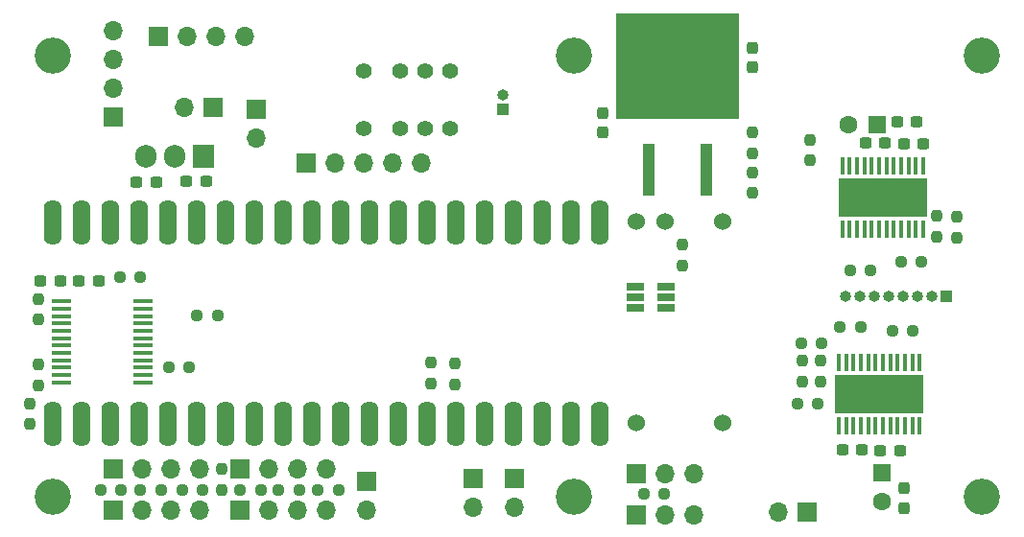
<source format=gbr>
%TF.GenerationSoftware,KiCad,Pcbnew,7.0.9*%
%TF.CreationDate,2024-04-16T22:37:01+03:00*%
%TF.ProjectId,Pistol_Camera_Driver,50697374-6f6c-45f4-9361-6d6572615f44,rev?*%
%TF.SameCoordinates,Original*%
%TF.FileFunction,Soldermask,Bot*%
%TF.FilePolarity,Negative*%
%FSLAX46Y46*%
G04 Gerber Fmt 4.6, Leading zero omitted, Abs format (unit mm)*
G04 Created by KiCad (PCBNEW 7.0.9) date 2024-04-16 22:37:01*
%MOMM*%
%LPD*%
G01*
G04 APERTURE LIST*
G04 Aperture macros list*
%AMRoundRect*
0 Rectangle with rounded corners*
0 $1 Rounding radius*
0 $2 $3 $4 $5 $6 $7 $8 $9 X,Y pos of 4 corners*
0 Add a 4 corners polygon primitive as box body*
4,1,4,$2,$3,$4,$5,$6,$7,$8,$9,$2,$3,0*
0 Add four circle primitives for the rounded corners*
1,1,$1+$1,$2,$3*
1,1,$1+$1,$4,$5*
1,1,$1+$1,$6,$7*
1,1,$1+$1,$8,$9*
0 Add four rect primitives between the rounded corners*
20,1,$1+$1,$2,$3,$4,$5,0*
20,1,$1+$1,$4,$5,$6,$7,0*
20,1,$1+$1,$6,$7,$8,$9,0*
20,1,$1+$1,$8,$9,$2,$3,0*%
G04 Aperture macros list end*
%ADD10R,1.700000X1.700000*%
%ADD11O,1.700000X1.700000*%
%ADD12C,1.400000*%
%ADD13C,3.200000*%
%ADD14R,1.600000X1.600000*%
%ADD15C,1.600000*%
%ADD16R,1.905000X2.000000*%
%ADD17O,1.905000X2.000000*%
%ADD18O,1.600000X4.000000*%
%ADD19C,1.524000*%
%ADD20R,1.000000X1.000000*%
%ADD21O,1.000000X1.000000*%
%ADD22RoundRect,0.237500X0.300000X0.237500X-0.300000X0.237500X-0.300000X-0.237500X0.300000X-0.237500X0*%
%ADD23RoundRect,0.237500X-0.300000X-0.237500X0.300000X-0.237500X0.300000X0.237500X-0.300000X0.237500X0*%
%ADD24RoundRect,0.237500X0.250000X0.237500X-0.250000X0.237500X-0.250000X-0.237500X0.250000X-0.237500X0*%
%ADD25RoundRect,0.237500X-0.237500X0.250000X-0.237500X-0.250000X0.237500X-0.250000X0.237500X0.250000X0*%
%ADD26RoundRect,0.237500X-0.250000X-0.237500X0.250000X-0.237500X0.250000X0.237500X-0.250000X0.237500X0*%
%ADD27R,1.100000X4.600000*%
%ADD28R,10.800000X9.400000*%
%ADD29RoundRect,0.237500X0.237500X-0.250000X0.237500X0.250000X-0.237500X0.250000X-0.237500X-0.250000X0*%
%ADD30RoundRect,0.237500X0.237500X-0.300000X0.237500X0.300000X-0.237500X0.300000X-0.237500X-0.300000X0*%
%ADD31R,1.560000X0.650000*%
%ADD32R,1.750000X0.450000*%
%ADD33R,0.300000X1.550000*%
%ADD34R,7.800000X3.400000*%
G04 APERTURE END LIST*
D10*
%TO.C,J7*%
X79200000Y-76200000D03*
D11*
X81740000Y-76200000D03*
X84280000Y-76200000D03*
%TD*%
D10*
%TO.C,J1*%
X55400000Y-73260000D03*
D11*
X55400000Y-75800000D03*
%TD*%
D10*
%TO.C,J12*%
X44200000Y-75800000D03*
D11*
X46740000Y-75800000D03*
X49280000Y-75800000D03*
X51820000Y-75800000D03*
%TD*%
D12*
%TO.C,K1*%
X55150000Y-42140000D03*
X58350000Y-42140000D03*
X60550000Y-42140000D03*
X62750000Y-42140000D03*
X62750000Y-37060000D03*
X60550000Y-37060000D03*
X58350000Y-37060000D03*
X55150000Y-37060000D03*
%TD*%
D10*
%TO.C,J6*%
X79200000Y-72575000D03*
D11*
X81740000Y-72575000D03*
X84280000Y-72575000D03*
%TD*%
D13*
%TO.C,REF\u002A\u002A*%
X73645000Y-74650000D03*
%TD*%
D10*
%TO.C,J11*%
X64800000Y-73000000D03*
D11*
X64800000Y-75540000D03*
%TD*%
D13*
%TO.C,REF\u002A\u002A*%
X73645000Y-35650000D03*
%TD*%
D10*
%TO.C,J10*%
X68400000Y-73000000D03*
D11*
X68400000Y-75540000D03*
%TD*%
D14*
%TO.C,C4*%
X100850000Y-72524989D03*
D15*
X100850000Y-75024989D03*
%TD*%
D14*
%TO.C,C9*%
X100400000Y-41800000D03*
D15*
X97900000Y-41800000D03*
%TD*%
D10*
%TO.C,J17*%
X33000000Y-41080000D03*
D11*
X33000000Y-38540000D03*
X33000000Y-36000000D03*
X33000000Y-33460000D03*
%TD*%
D10*
%TO.C,J16*%
X33000000Y-72175000D03*
D11*
X35540000Y-72175000D03*
X38080000Y-72175000D03*
X40620000Y-72175000D03*
%TD*%
D10*
%TO.C,J2*%
X45600000Y-40400000D03*
D11*
X45600000Y-42940000D03*
%TD*%
D10*
%TO.C,J8*%
X94200000Y-76000000D03*
D11*
X91660000Y-76000000D03*
%TD*%
D16*
%TO.C,U1*%
X41000000Y-44550000D03*
D17*
X38460000Y-44550000D03*
X35920000Y-44550000D03*
%TD*%
D18*
%TO.C,U3*%
X27645000Y-68155000D03*
X30185000Y-68155000D03*
X32725000Y-68155000D03*
X35265000Y-68155000D03*
X37805000Y-68155000D03*
X40345000Y-68155000D03*
X42885000Y-68155000D03*
X45425000Y-68155000D03*
X47965000Y-68155000D03*
X50505000Y-68155000D03*
X53045000Y-68155000D03*
X55585000Y-68155000D03*
X58125000Y-68155000D03*
X60665000Y-68155000D03*
X63205000Y-68155000D03*
X65745000Y-68155000D03*
X68285000Y-68155000D03*
X70825000Y-68155000D03*
X73365000Y-68155000D03*
X75905000Y-68155000D03*
X75905000Y-50375000D03*
X73365000Y-50375000D03*
X70825000Y-50375000D03*
X68285000Y-50375000D03*
X65745000Y-50375000D03*
X63205000Y-50375000D03*
X60665000Y-50375000D03*
X58125000Y-50375000D03*
X55585000Y-50375000D03*
X53045000Y-50375000D03*
X50505000Y-50375000D03*
X47965000Y-50375000D03*
X45425000Y-50375000D03*
X42885000Y-50375000D03*
X40345000Y-50375000D03*
X37805000Y-50375000D03*
X35265000Y-50375000D03*
X32725000Y-50375000D03*
X30185000Y-50375000D03*
X27645000Y-50375000D03*
%TD*%
D13*
%TO.C,REF\u002A\u002A*%
X27645000Y-35650000D03*
%TD*%
D10*
%TO.C,J4*%
X41850000Y-40225000D03*
D11*
X39310000Y-40225000D03*
%TD*%
D10*
%TO.C,J15*%
X33000000Y-75800000D03*
D11*
X35540000Y-75800000D03*
X38080000Y-75800000D03*
X40620000Y-75800000D03*
%TD*%
D13*
%TO.C,REF\u002A\u002A*%
X109645000Y-74650000D03*
%TD*%
D10*
%TO.C,J9*%
X44200000Y-72200000D03*
D11*
X46740000Y-72200000D03*
X49280000Y-72200000D03*
X51820000Y-72200000D03*
%TD*%
D19*
%TO.C,U7*%
X86810000Y-50310000D03*
X81730000Y-50310000D03*
X79190000Y-50310000D03*
X79190000Y-68090000D03*
X86810000Y-68090000D03*
%TD*%
D13*
%TO.C,REF\u002A\u002A*%
X27645000Y-74650000D03*
%TD*%
D20*
%TO.C,J13*%
X67375000Y-40425000D03*
D21*
X67375000Y-39155000D03*
%TD*%
D20*
%TO.C,J3*%
X106530000Y-56924989D03*
D21*
X105260000Y-56924989D03*
X103990000Y-56924989D03*
X102720000Y-56924989D03*
X101450000Y-56924989D03*
X100180000Y-56924989D03*
X98910000Y-56924989D03*
X97640000Y-56924989D03*
%TD*%
D10*
%TO.C,J14*%
X37000000Y-33975000D03*
D11*
X39540000Y-33975000D03*
X42080000Y-33975000D03*
X44620000Y-33975000D03*
%TD*%
D10*
%TO.C,J5*%
X50000000Y-45200000D03*
D11*
X52540000Y-45200000D03*
X55080000Y-45200000D03*
X57620000Y-45200000D03*
X60160000Y-45200000D03*
%TD*%
D13*
%TO.C,REF\u002A\u002A*%
X109645000Y-35650000D03*
%TD*%
D22*
%TO.C,C13*%
X28325000Y-55600000D03*
X26600000Y-55600000D03*
%TD*%
D23*
%TO.C,C12*%
X102750000Y-43450000D03*
X104475000Y-43450000D03*
%TD*%
D24*
%TO.C,R32*%
X33712500Y-74000000D03*
X31887500Y-74000000D03*
%TD*%
D25*
%TO.C,R12*%
X89400000Y-46000000D03*
X89400000Y-47825000D03*
%TD*%
D24*
%TO.C,R13*%
X103550000Y-59950000D03*
X101725000Y-59950000D03*
%TD*%
D26*
%TO.C,R2*%
X79800000Y-74400000D03*
X81625000Y-74400000D03*
%TD*%
D25*
%TO.C,R16*%
X107450000Y-49924989D03*
X107450000Y-51749989D03*
%TD*%
D22*
%TO.C,C7*%
X102412500Y-70550000D03*
X100687500Y-70550000D03*
%TD*%
D27*
%TO.C,U2*%
X85315000Y-45725000D03*
D28*
X82775000Y-36575000D03*
D27*
X80235000Y-45725000D03*
%TD*%
D29*
%TO.C,R20*%
X83200000Y-54200000D03*
X83200000Y-52375000D03*
%TD*%
D25*
%TO.C,R8*%
X89400000Y-42487500D03*
X89400000Y-44312500D03*
%TD*%
%TO.C,R15*%
X105700000Y-49837500D03*
X105700000Y-51662500D03*
%TD*%
%TO.C,R7*%
X26400000Y-57175000D03*
X26400000Y-59000000D03*
%TD*%
D24*
%TO.C,R4*%
X52912500Y-74000000D03*
X51087500Y-74000000D03*
%TD*%
%TO.C,R30*%
X39712500Y-63200000D03*
X37887500Y-63200000D03*
%TD*%
D29*
%TO.C,R3*%
X95450000Y-64462500D03*
X95450000Y-62637500D03*
%TD*%
%TO.C,R10*%
X93800000Y-64462500D03*
X93800000Y-62637500D03*
%TD*%
D23*
%TO.C,C2*%
X35075000Y-46830000D03*
X36800000Y-46830000D03*
%TD*%
D26*
%TO.C,R9*%
X93700000Y-61050000D03*
X95525000Y-61050000D03*
%TD*%
D30*
%TO.C,C6*%
X102800000Y-75600000D03*
X102800000Y-73875000D03*
%TD*%
D23*
%TO.C,C11*%
X99387500Y-43350000D03*
X101112500Y-43350000D03*
%TD*%
D26*
%TO.C,R18*%
X98000000Y-54650000D03*
X99825000Y-54650000D03*
%TD*%
%TO.C,R14*%
X93350000Y-66450000D03*
X95175000Y-66450000D03*
%TD*%
D22*
%TO.C,C14*%
X31725000Y-55600000D03*
X30000000Y-55600000D03*
%TD*%
D26*
%TO.C,R11*%
X97137500Y-59650000D03*
X98962500Y-59650000D03*
%TD*%
D24*
%TO.C,R25*%
X49425000Y-74000000D03*
X47600000Y-74000000D03*
%TD*%
%TO.C,R1*%
X42225000Y-58600000D03*
X40400000Y-58600000D03*
%TD*%
D22*
%TO.C,C1*%
X41200000Y-46800000D03*
X39475000Y-46800000D03*
%TD*%
D23*
%TO.C,C10*%
X102187500Y-41550000D03*
X103912500Y-41550000D03*
%TD*%
D30*
%TO.C,C5*%
X89400000Y-36725000D03*
X89400000Y-35000000D03*
%TD*%
D29*
%TO.C,R27*%
X26400000Y-64800000D03*
X26400000Y-62975000D03*
%TD*%
D24*
%TO.C,R31*%
X40912500Y-74000000D03*
X39087500Y-74000000D03*
%TD*%
D29*
%TO.C,R28*%
X25654000Y-68200000D03*
X25654000Y-66375000D03*
%TD*%
D31*
%TO.C,U6*%
X79050000Y-57950000D03*
X79050000Y-57000000D03*
X79050000Y-56050000D03*
X81750000Y-56050000D03*
X81750000Y-57000000D03*
X81750000Y-57950000D03*
%TD*%
D26*
%TO.C,R26*%
X44200000Y-74000000D03*
X46025000Y-74000000D03*
%TD*%
D29*
%TO.C,R22*%
X61000000Y-64625000D03*
X61000000Y-62800000D03*
%TD*%
D24*
%TO.C,R17*%
X104312500Y-53850000D03*
X102487500Y-53850000D03*
%TD*%
D32*
%TO.C,U8*%
X35648000Y-57366000D03*
X35648000Y-58016000D03*
X35648000Y-58666000D03*
X35648000Y-59316000D03*
X35648000Y-59966000D03*
X35648000Y-60616000D03*
X35648000Y-61266000D03*
X35648000Y-61916000D03*
X35648000Y-62566000D03*
X35648000Y-63216000D03*
X35648000Y-63866000D03*
X35648000Y-64516000D03*
X28448000Y-64516000D03*
X28448000Y-63866000D03*
X28448000Y-63216000D03*
X28448000Y-62566000D03*
X28448000Y-61916000D03*
X28448000Y-61266000D03*
X28448000Y-60616000D03*
X28448000Y-59966000D03*
X28448000Y-59316000D03*
X28448000Y-58666000D03*
X28448000Y-58016000D03*
X28448000Y-57366000D03*
%TD*%
D33*
%TO.C,U4*%
X97025000Y-62800000D03*
X97675000Y-62800000D03*
X98325000Y-62800000D03*
X98975000Y-62800000D03*
X99625000Y-62800000D03*
X100275000Y-62800000D03*
X100925000Y-62800000D03*
X101575000Y-62800000D03*
X102225000Y-62800000D03*
X102875000Y-62800000D03*
X103525000Y-62800000D03*
X104175000Y-62800000D03*
X104175000Y-68400000D03*
X103525000Y-68400000D03*
X102875000Y-68400000D03*
X102225000Y-68400000D03*
X101575000Y-68400000D03*
X100925000Y-68400000D03*
X100275000Y-68400000D03*
X99625000Y-68400000D03*
X98975000Y-68400000D03*
X98325000Y-68400000D03*
X97675000Y-68400000D03*
X97025000Y-68400000D03*
D34*
X100600000Y-65600000D03*
%TD*%
D29*
%TO.C,R21*%
X63200000Y-64712500D03*
X63200000Y-62887500D03*
%TD*%
%TO.C,R19*%
X94450000Y-44924989D03*
X94450000Y-43099989D03*
%TD*%
D33*
%TO.C,U5*%
X104475000Y-51000000D03*
X103825000Y-51000000D03*
X103175000Y-51000000D03*
X102525000Y-51000000D03*
X101875000Y-51000000D03*
X101225000Y-51000000D03*
X100575000Y-51000000D03*
X99925000Y-51000000D03*
X99275000Y-51000000D03*
X98625000Y-51000000D03*
X97975000Y-51000000D03*
X97325000Y-51000000D03*
X97325000Y-45400000D03*
X97975000Y-45400000D03*
X98625000Y-45400000D03*
X99275000Y-45400000D03*
X99925000Y-45400000D03*
X100575000Y-45400000D03*
X101225000Y-45400000D03*
X101875000Y-45400000D03*
X102525000Y-45400000D03*
X103175000Y-45400000D03*
X103825000Y-45400000D03*
X104475000Y-45400000D03*
D34*
X100900000Y-48200000D03*
%TD*%
D22*
%TO.C,C8*%
X99062500Y-70500000D03*
X97337500Y-70500000D03*
%TD*%
D24*
%TO.C,R6*%
X35425000Y-55200000D03*
X33600000Y-55200000D03*
%TD*%
%TO.C,R29*%
X37225000Y-74000000D03*
X35400000Y-74000000D03*
%TD*%
D29*
%TO.C,R5*%
X42600000Y-74000000D03*
X42600000Y-72175000D03*
%TD*%
D30*
%TO.C,C3*%
X76200000Y-42462500D03*
X76200000Y-40737500D03*
%TD*%
M02*

</source>
